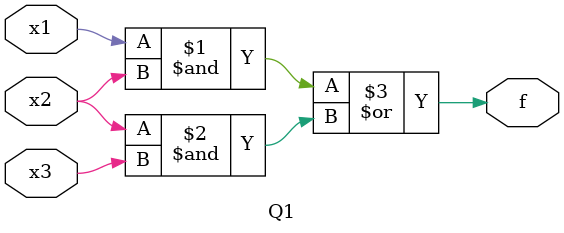
<source format=v>
module Q1 (x1,x2,x3,f);
    input x1,x2,x3;
    output f;
    assign f = (x1 & x2) | (x2 & x3);
endmodule
</source>
